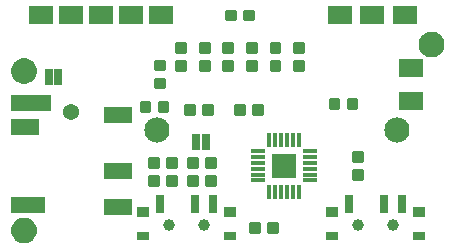
<source format=gts>
G75*
%MOIN*%
%OFA0B0*%
%FSLAX25Y25*%
%IPPOS*%
%LPD*%
%AMOC8*
5,1,8,0,0,1.08239X$1,22.5*
%
%ADD10C,0.00975*%
%ADD11R,0.01581X0.05124*%
%ADD12R,0.05124X0.01581*%
%ADD13R,0.05124X0.01600*%
%ADD14R,0.08400X0.08400*%
%ADD15R,0.08274X0.06306*%
%ADD16R,0.03156X0.06306*%
%ADD17R,0.04337X0.02762*%
%ADD18R,0.04337X0.03550*%
%ADD19C,0.03943*%
%ADD20C,0.08400*%
%ADD21R,0.13400X0.05400*%
%ADD22R,0.09400X0.05400*%
%ADD23R,0.11400X0.05400*%
%ADD24C,0.05400*%
%ADD25C,0.00500*%
%ADD26R,0.02900X0.05400*%
D10*
X0050374Y0033825D02*
X0053300Y0033825D01*
X0053300Y0030899D01*
X0050374Y0030899D01*
X0050374Y0033825D01*
X0050374Y0031873D02*
X0053300Y0031873D01*
X0053300Y0032847D02*
X0050374Y0032847D01*
X0050374Y0033821D02*
X0053300Y0033821D01*
X0056374Y0033825D02*
X0059300Y0033825D01*
X0059300Y0030899D01*
X0056374Y0030899D01*
X0056374Y0033825D01*
X0056374Y0031873D02*
X0059300Y0031873D01*
X0059300Y0032847D02*
X0056374Y0032847D01*
X0056374Y0033821D02*
X0059300Y0033821D01*
X0063169Y0033825D02*
X0066095Y0033825D01*
X0066095Y0030899D01*
X0063169Y0030899D01*
X0063169Y0033825D01*
X0063169Y0031873D02*
X0066095Y0031873D01*
X0066095Y0032847D02*
X0063169Y0032847D01*
X0063169Y0033821D02*
X0066095Y0033821D01*
X0069169Y0033825D02*
X0072095Y0033825D01*
X0072095Y0030899D01*
X0069169Y0030899D01*
X0069169Y0033825D01*
X0069169Y0031873D02*
X0072095Y0031873D01*
X0072095Y0032847D02*
X0069169Y0032847D01*
X0069169Y0033821D02*
X0072095Y0033821D01*
X0072095Y0039731D02*
X0069169Y0039731D01*
X0072095Y0039731D02*
X0072095Y0036805D01*
X0069169Y0036805D01*
X0069169Y0039731D01*
X0069169Y0037779D02*
X0072095Y0037779D01*
X0072095Y0038753D02*
X0069169Y0038753D01*
X0069169Y0039727D02*
X0072095Y0039727D01*
X0066095Y0039731D02*
X0063169Y0039731D01*
X0066095Y0039731D02*
X0066095Y0036805D01*
X0063169Y0036805D01*
X0063169Y0039731D01*
X0063169Y0037779D02*
X0066095Y0037779D01*
X0066095Y0038753D02*
X0063169Y0038753D01*
X0063169Y0039727D02*
X0066095Y0039727D01*
X0059300Y0036805D02*
X0056374Y0036805D01*
X0056374Y0039731D01*
X0059300Y0039731D01*
X0059300Y0036805D01*
X0059300Y0037779D02*
X0056374Y0037779D01*
X0056374Y0038753D02*
X0059300Y0038753D01*
X0059300Y0039727D02*
X0056374Y0039727D01*
X0053300Y0036805D02*
X0050374Y0036805D01*
X0050374Y0039731D01*
X0053300Y0039731D01*
X0053300Y0036805D01*
X0053300Y0037779D02*
X0050374Y0037779D01*
X0050374Y0038753D02*
X0053300Y0038753D01*
X0053300Y0039727D02*
X0050374Y0039727D01*
X0062185Y0054521D02*
X0065111Y0054521D01*
X0062185Y0054521D02*
X0062185Y0057447D01*
X0065111Y0057447D01*
X0065111Y0054521D01*
X0065111Y0055495D02*
X0062185Y0055495D01*
X0062185Y0056469D02*
X0065111Y0056469D01*
X0065111Y0057443D02*
X0062185Y0057443D01*
X0068185Y0054521D02*
X0071111Y0054521D01*
X0068185Y0054521D02*
X0068185Y0057447D01*
X0071111Y0057447D01*
X0071111Y0054521D01*
X0071111Y0055495D02*
X0068185Y0055495D01*
X0068185Y0056469D02*
X0071111Y0056469D01*
X0071111Y0057443D02*
X0068185Y0057443D01*
X0078917Y0057447D02*
X0081843Y0057447D01*
X0081843Y0054521D01*
X0078917Y0054521D01*
X0078917Y0057447D01*
X0078917Y0055495D02*
X0081843Y0055495D01*
X0081843Y0056469D02*
X0078917Y0056469D01*
X0078917Y0057443D02*
X0081843Y0057443D01*
X0084917Y0057447D02*
X0087843Y0057447D01*
X0087843Y0054521D01*
X0084917Y0054521D01*
X0084917Y0057447D01*
X0084917Y0055495D02*
X0087843Y0055495D01*
X0087843Y0056469D02*
X0084917Y0056469D01*
X0084917Y0057443D02*
X0087843Y0057443D01*
X0085827Y0069238D02*
X0085827Y0072164D01*
X0085827Y0069238D02*
X0082901Y0069238D01*
X0082901Y0072164D01*
X0085827Y0072164D01*
X0085827Y0070212D02*
X0082901Y0070212D01*
X0082901Y0071186D02*
X0085827Y0071186D01*
X0085827Y0072160D02*
X0082901Y0072160D01*
X0075027Y0072164D02*
X0075027Y0069238D01*
X0075027Y0072164D02*
X0077953Y0072164D01*
X0077953Y0069238D01*
X0075027Y0069238D01*
X0075027Y0070212D02*
X0077953Y0070212D01*
X0077953Y0071186D02*
X0075027Y0071186D01*
X0075027Y0072160D02*
X0077953Y0072160D01*
X0075027Y0075238D02*
X0075027Y0078164D01*
X0077953Y0078164D01*
X0077953Y0075238D01*
X0075027Y0075238D01*
X0075027Y0076212D02*
X0077953Y0076212D01*
X0077953Y0077186D02*
X0075027Y0077186D01*
X0075027Y0078160D02*
X0077953Y0078160D01*
X0085827Y0078164D02*
X0085827Y0075238D01*
X0082901Y0075238D01*
X0082901Y0078164D01*
X0085827Y0078164D01*
X0085827Y0076212D02*
X0082901Y0076212D01*
X0082901Y0077186D02*
X0085827Y0077186D01*
X0085827Y0078160D02*
X0082901Y0078160D01*
X0093701Y0078164D02*
X0093701Y0075238D01*
X0090775Y0075238D01*
X0090775Y0078164D01*
X0093701Y0078164D01*
X0093701Y0076212D02*
X0090775Y0076212D01*
X0090775Y0077186D02*
X0093701Y0077186D01*
X0093701Y0078160D02*
X0090775Y0078160D01*
X0101575Y0078164D02*
X0101575Y0075238D01*
X0098649Y0075238D01*
X0098649Y0078164D01*
X0101575Y0078164D01*
X0101575Y0076212D02*
X0098649Y0076212D01*
X0098649Y0077186D02*
X0101575Y0077186D01*
X0101575Y0078160D02*
X0098649Y0078160D01*
X0101575Y0072164D02*
X0101575Y0069238D01*
X0098649Y0069238D01*
X0098649Y0072164D01*
X0101575Y0072164D01*
X0101575Y0070212D02*
X0098649Y0070212D01*
X0098649Y0071186D02*
X0101575Y0071186D01*
X0101575Y0072160D02*
X0098649Y0072160D01*
X0093701Y0072164D02*
X0093701Y0069238D01*
X0090775Y0069238D01*
X0090775Y0072164D01*
X0093701Y0072164D01*
X0093701Y0070212D02*
X0090775Y0070212D01*
X0090775Y0071186D02*
X0093701Y0071186D01*
X0093701Y0072160D02*
X0090775Y0072160D01*
X0067153Y0072164D02*
X0067153Y0069238D01*
X0067153Y0072164D02*
X0070079Y0072164D01*
X0070079Y0069238D01*
X0067153Y0069238D01*
X0067153Y0070212D02*
X0070079Y0070212D01*
X0070079Y0071186D02*
X0067153Y0071186D01*
X0067153Y0072160D02*
X0070079Y0072160D01*
X0067153Y0075238D02*
X0067153Y0078164D01*
X0070079Y0078164D01*
X0070079Y0075238D01*
X0067153Y0075238D01*
X0067153Y0076212D02*
X0070079Y0076212D01*
X0070079Y0077186D02*
X0067153Y0077186D01*
X0067153Y0078160D02*
X0070079Y0078160D01*
X0059279Y0078164D02*
X0059279Y0075238D01*
X0059279Y0078164D02*
X0062205Y0078164D01*
X0062205Y0075238D01*
X0059279Y0075238D01*
X0059279Y0076212D02*
X0062205Y0076212D01*
X0062205Y0077186D02*
X0059279Y0077186D01*
X0059279Y0078160D02*
X0062205Y0078160D01*
X0059279Y0072164D02*
X0059279Y0069238D01*
X0059279Y0072164D02*
X0062205Y0072164D01*
X0062205Y0069238D01*
X0059279Y0069238D01*
X0059279Y0070212D02*
X0062205Y0070212D01*
X0062205Y0071186D02*
X0059279Y0071186D01*
X0059279Y0072160D02*
X0062205Y0072160D01*
X0055316Y0072258D02*
X0055316Y0069332D01*
X0052390Y0069332D01*
X0052390Y0072258D01*
X0055316Y0072258D01*
X0055316Y0070306D02*
X0052390Y0070306D01*
X0052390Y0071280D02*
X0055316Y0071280D01*
X0055316Y0072254D02*
X0052390Y0072254D01*
X0055316Y0066258D02*
X0055316Y0063332D01*
X0052390Y0063332D01*
X0052390Y0066258D01*
X0055316Y0066258D01*
X0055316Y0064306D02*
X0052390Y0064306D01*
X0052390Y0065280D02*
X0055316Y0065280D01*
X0055316Y0066254D02*
X0052390Y0066254D01*
X0053421Y0055506D02*
X0056347Y0055506D01*
X0053421Y0055506D02*
X0053421Y0058432D01*
X0056347Y0058432D01*
X0056347Y0055506D01*
X0056347Y0056480D02*
X0053421Y0056480D01*
X0053421Y0057454D02*
X0056347Y0057454D01*
X0056347Y0058428D02*
X0053421Y0058428D01*
X0050347Y0055506D02*
X0047421Y0055506D01*
X0047421Y0058432D01*
X0050347Y0058432D01*
X0050347Y0055506D01*
X0050347Y0056480D02*
X0047421Y0056480D01*
X0047421Y0057454D02*
X0050347Y0057454D01*
X0050347Y0058428D02*
X0047421Y0058428D01*
X0075964Y0088943D02*
X0078890Y0088943D01*
X0078890Y0086017D01*
X0075964Y0086017D01*
X0075964Y0088943D01*
X0075964Y0086991D02*
X0078890Y0086991D01*
X0078890Y0087965D02*
X0075964Y0087965D01*
X0075964Y0088939D02*
X0078890Y0088939D01*
X0081964Y0088943D02*
X0084890Y0088943D01*
X0084890Y0086017D01*
X0081964Y0086017D01*
X0081964Y0088943D01*
X0081964Y0086991D02*
X0084890Y0086991D01*
X0084890Y0087965D02*
X0081964Y0087965D01*
X0081964Y0088939D02*
X0084890Y0088939D01*
X0110413Y0059416D02*
X0113339Y0059416D01*
X0113339Y0056490D01*
X0110413Y0056490D01*
X0110413Y0059416D01*
X0110413Y0057464D02*
X0113339Y0057464D01*
X0113339Y0058438D02*
X0110413Y0058438D01*
X0110413Y0059412D02*
X0113339Y0059412D01*
X0116413Y0059416D02*
X0119339Y0059416D01*
X0119339Y0056490D01*
X0116413Y0056490D01*
X0116413Y0059416D01*
X0116413Y0057464D02*
X0119339Y0057464D01*
X0119339Y0058438D02*
X0116413Y0058438D01*
X0116413Y0059412D02*
X0119339Y0059412D01*
X0118335Y0041746D02*
X0118335Y0038820D01*
X0118335Y0041746D02*
X0121261Y0041746D01*
X0121261Y0038820D01*
X0118335Y0038820D01*
X0118335Y0039794D02*
X0121261Y0039794D01*
X0121261Y0040768D02*
X0118335Y0040768D01*
X0118335Y0041742D02*
X0121261Y0041742D01*
X0118335Y0035746D02*
X0118335Y0032820D01*
X0118335Y0035746D02*
X0121261Y0035746D01*
X0121261Y0032820D01*
X0118335Y0032820D01*
X0118335Y0033794D02*
X0121261Y0033794D01*
X0121261Y0034768D02*
X0118335Y0034768D01*
X0118335Y0035742D02*
X0121261Y0035742D01*
X0092764Y0015151D02*
X0089838Y0015151D01*
X0089838Y0018077D01*
X0092764Y0018077D01*
X0092764Y0015151D01*
X0092764Y0016125D02*
X0089838Y0016125D01*
X0089838Y0017099D02*
X0092764Y0017099D01*
X0092764Y0018073D02*
X0089838Y0018073D01*
X0086764Y0015151D02*
X0083838Y0015151D01*
X0083838Y0018077D01*
X0086764Y0018077D01*
X0086764Y0015151D01*
X0086764Y0016125D02*
X0083838Y0016125D01*
X0083838Y0017099D02*
X0086764Y0017099D01*
X0086764Y0018073D02*
X0083838Y0018073D01*
D11*
X0090291Y0028622D03*
X0092191Y0028622D03*
X0094191Y0028622D03*
X0096191Y0028622D03*
X0098191Y0028622D03*
X0100091Y0028622D03*
X0100091Y0045945D03*
X0098191Y0045945D03*
X0096191Y0045945D03*
X0094191Y0045945D03*
X0092191Y0045945D03*
X0090291Y0045945D03*
D12*
X0086530Y0042183D03*
X0086530Y0040283D03*
X0086530Y0038283D03*
X0086530Y0036283D03*
X0103853Y0036283D03*
X0103853Y0034283D03*
X0103853Y0032383D03*
X0103853Y0038283D03*
X0103853Y0040283D03*
X0103853Y0042183D03*
D13*
X0086530Y0034283D03*
X0086530Y0032383D03*
D14*
X0095191Y0037283D03*
D15*
X0137514Y0058937D03*
X0137514Y0069764D03*
X0135546Y0087480D03*
X0124719Y0087480D03*
X0113892Y0087480D03*
X0054187Y0087539D03*
X0044187Y0087539D03*
X0034187Y0087539D03*
X0024187Y0087539D03*
X0014187Y0087539D03*
D16*
X0053853Y0024488D03*
X0065664Y0024488D03*
X0071569Y0024488D03*
X0116845Y0024488D03*
X0128656Y0024488D03*
X0134561Y0024488D03*
D17*
X0140073Y0013661D03*
X0111333Y0013661D03*
X0077081Y0013661D03*
X0048341Y0013661D03*
D18*
X0048341Y0021929D03*
X0077081Y0021929D03*
X0111333Y0021929D03*
X0140073Y0021929D03*
D19*
X0131609Y0017598D03*
X0119798Y0017598D03*
X0068616Y0017598D03*
X0056805Y0017598D03*
D20*
X0052864Y0049094D03*
X0132864Y0049094D03*
D21*
X0010884Y0058031D03*
D22*
X0008884Y0050031D03*
X0039884Y0054031D03*
X0039884Y0035531D03*
X0039884Y0023531D03*
D23*
X0009884Y0024031D03*
D24*
X0024384Y0055031D03*
D25*
X0007893Y0011753D02*
X0007231Y0011930D01*
X0006609Y0012220D01*
X0006046Y0012614D01*
X0005561Y0013099D01*
X0005168Y0013661D01*
X0004877Y0014283D01*
X0004700Y0014946D01*
X0004640Y0015630D01*
X0004700Y0016314D01*
X0004877Y0016976D01*
X0005168Y0017598D01*
X0005561Y0018161D01*
X0006046Y0018646D01*
X0006609Y0019039D01*
X0007231Y0019330D01*
X0007893Y0019507D01*
X0008577Y0019567D01*
X0009261Y0019507D01*
X0009924Y0019330D01*
X0010546Y0019039D01*
X0011108Y0018646D01*
X0011593Y0018161D01*
X0011987Y0017598D01*
X0012277Y0016976D01*
X0012454Y0016314D01*
X0012514Y0015630D01*
X0012454Y0014946D01*
X0012277Y0014283D01*
X0011987Y0013661D01*
X0011593Y0013099D01*
X0011108Y0012614D01*
X0010546Y0012220D01*
X0009924Y0011930D01*
X0009261Y0011753D01*
X0008577Y0011693D01*
X0007893Y0011753D01*
X0007831Y0011770D02*
X0009323Y0011770D01*
X0010614Y0012268D02*
X0006540Y0012268D01*
X0005894Y0012767D02*
X0011260Y0012767D01*
X0011709Y0013265D02*
X0005445Y0013265D01*
X0005120Y0013764D02*
X0012034Y0013764D01*
X0012267Y0014262D02*
X0004887Y0014262D01*
X0004750Y0014761D02*
X0012405Y0014761D01*
X0012482Y0015259D02*
X0004673Y0015259D01*
X0004651Y0015758D02*
X0012503Y0015758D01*
X0012459Y0016256D02*
X0004695Y0016256D01*
X0004818Y0016755D02*
X0012336Y0016755D01*
X0012148Y0017253D02*
X0005007Y0017253D01*
X0005275Y0017752D02*
X0011879Y0017752D01*
X0011503Y0018250D02*
X0005651Y0018250D01*
X0006193Y0018749D02*
X0010961Y0018749D01*
X0010100Y0019247D02*
X0007054Y0019247D01*
X0008577Y0064843D02*
X0007893Y0064902D01*
X0007231Y0065080D01*
X0006609Y0065370D01*
X0006046Y0065764D01*
X0005561Y0066249D01*
X0005168Y0066811D01*
X0004877Y0067433D01*
X0004700Y0068096D01*
X0004640Y0068780D01*
X0004700Y0069463D01*
X0004877Y0070126D01*
X0005168Y0070748D01*
X0005561Y0071310D01*
X0006046Y0071795D01*
X0006609Y0072189D01*
X0007231Y0072479D01*
X0007893Y0072657D01*
X0008577Y0072717D01*
X0009261Y0072657D01*
X0009924Y0072479D01*
X0010546Y0072189D01*
X0011108Y0071795D01*
X0011593Y0071310D01*
X0011987Y0070748D01*
X0012277Y0070126D01*
X0012454Y0069463D01*
X0012514Y0068780D01*
X0012454Y0068096D01*
X0012277Y0067433D01*
X0011987Y0066811D01*
X0011593Y0066249D01*
X0011108Y0065764D01*
X0010546Y0065370D01*
X0009924Y0065080D01*
X0009261Y0064902D01*
X0008577Y0064843D01*
X0007166Y0065110D02*
X0009989Y0065110D01*
X0010887Y0065609D02*
X0006268Y0065609D01*
X0005703Y0066107D02*
X0011451Y0066107D01*
X0011843Y0066606D02*
X0005311Y0066606D01*
X0005031Y0067104D02*
X0012123Y0067104D01*
X0012322Y0067603D02*
X0004832Y0067603D01*
X0004699Y0068101D02*
X0012455Y0068101D01*
X0012498Y0068600D02*
X0004656Y0068600D01*
X0004668Y0069098D02*
X0012486Y0069098D01*
X0012418Y0069597D02*
X0004736Y0069597D01*
X0004869Y0070095D02*
X0012285Y0070095D01*
X0012059Y0070594D02*
X0005096Y0070594D01*
X0005409Y0071092D02*
X0011745Y0071092D01*
X0011312Y0071591D02*
X0005842Y0071591D01*
X0006466Y0072089D02*
X0010688Y0072089D01*
X0009517Y0072588D02*
X0007637Y0072588D01*
X0140467Y0077638D02*
X0140527Y0076954D01*
X0140704Y0076291D01*
X0140994Y0075669D01*
X0141388Y0075107D01*
X0141873Y0074622D01*
X0142435Y0074228D01*
X0143057Y0073938D01*
X0143720Y0073761D01*
X0144404Y0073701D01*
X0145087Y0073761D01*
X0145750Y0073938D01*
X0146372Y0074228D01*
X0146934Y0074622D01*
X0147420Y0075107D01*
X0147813Y0075669D01*
X0148103Y0076291D01*
X0148281Y0076954D01*
X0148341Y0077638D01*
X0148281Y0078321D01*
X0148103Y0078984D01*
X0147813Y0079606D01*
X0147420Y0080168D01*
X0146934Y0080654D01*
X0146372Y0081047D01*
X0145750Y0081337D01*
X0145087Y0081515D01*
X0144404Y0081575D01*
X0143720Y0081515D01*
X0143057Y0081337D01*
X0142435Y0081047D01*
X0141873Y0080654D01*
X0141388Y0080168D01*
X0140994Y0079606D01*
X0140704Y0078984D01*
X0140527Y0078321D01*
X0140467Y0077638D01*
X0140472Y0077573D02*
X0148335Y0077573D01*
X0148303Y0078072D02*
X0140505Y0078072D01*
X0140593Y0078570D02*
X0148214Y0078570D01*
X0148064Y0079069D02*
X0140744Y0079069D01*
X0140976Y0079567D02*
X0147832Y0079567D01*
X0147492Y0080066D02*
X0141316Y0080066D01*
X0141784Y0080564D02*
X0147024Y0080564D01*
X0146340Y0081063D02*
X0142468Y0081063D01*
X0144247Y0081561D02*
X0144560Y0081561D01*
X0148292Y0077075D02*
X0140516Y0077075D01*
X0140628Y0076576D02*
X0148180Y0076576D01*
X0148004Y0076077D02*
X0140804Y0076077D01*
X0141058Y0075579D02*
X0147750Y0075579D01*
X0147393Y0075080D02*
X0141415Y0075080D01*
X0141930Y0074582D02*
X0146877Y0074582D01*
X0146062Y0074083D02*
X0142746Y0074083D01*
D26*
X0069254Y0045157D03*
X0066011Y0045157D03*
X0020041Y0066811D03*
X0016798Y0066811D03*
M02*

</source>
